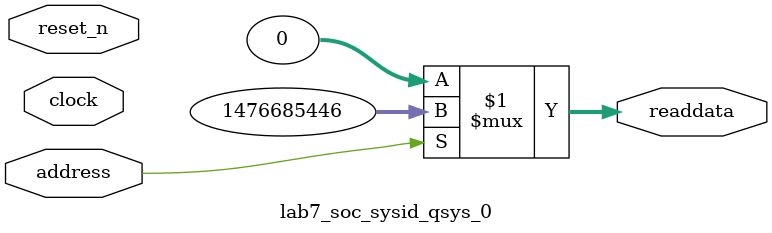
<source format=v>

`timescale 1ns / 1ps
// synthesis translate_on

// turn off superfluous verilog processor warnings 
// altera message_level Level1 
// altera message_off 10034 10035 10036 10037 10230 10240 10030 

module lab7_soc_sysid_qsys_0 (
               // inputs:
                address,
                clock,
                reset_n,

               // outputs:
                readdata
             )
;

  output  [ 31: 0] readdata;
  input            address;
  input            clock;
  input            reset_n;

  wire    [ 31: 0] readdata;
  //control_slave, which is an e_avalon_slave
  assign readdata = address ? 1476685446 : 0;

endmodule




</source>
